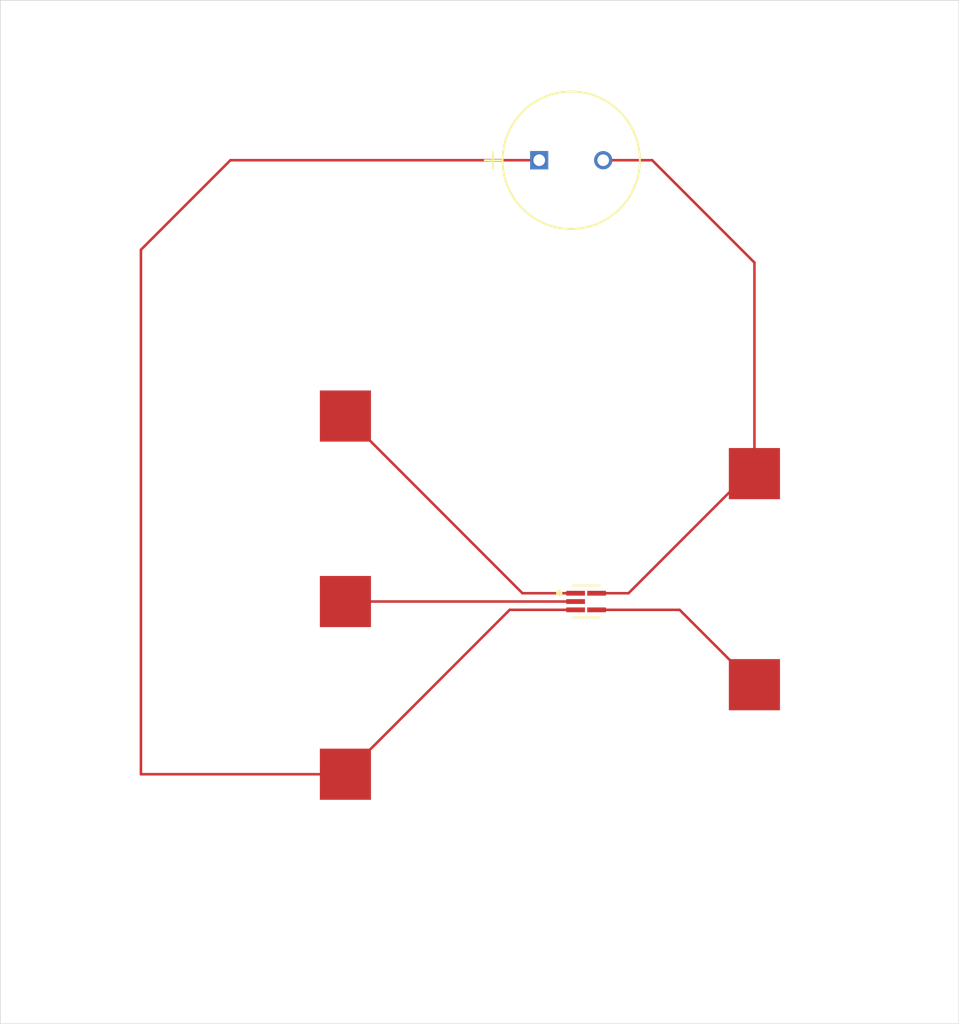
<source format=kicad_pcb>
(kicad_pcb (version 20240108) (generator "pcbnew") (generator_version "8.0")
  (layers (0 "F.Cu" signal) (31 "B.Cu" signal) (34 "B.Paste" user) (35 "F.Paste" user) (36 "B.SilkS" user "B.Silkscreen") (37 "F.SilkS" user "F.Silkscreen") (38 "B.Mask" user) (39 "F.Mask" user) (44 "Edge.Cuts" user))
  (net 0 "")
  (footprint "MountingHole:MountingHole_3mm" (layer "F.Cu") (at 160.5 54.5)
    (property "Reference" "REF**" (hide yes))
    (property "Value" "MountingHole_3mm" (hide yes))
    (pad "" np_thru_hole circle (at 0 0) (size 3 3) (drill 3) (layers "F&B.Cu" "*.Mask"))
  )
  (footprint "" (layer "F.Cu") (at 117 110.5)
    (property "Reference" "" (at 0 0 0) (layer "F.SilkS") (effects (font (size 1.27 1.27))))
    (property "Value" "")
    (pad "1" smd rect (at 0 0) (size 4 4) (layers "F.Cu" "F.Mask"))
  )
  (footprint "MountingHole:MountingHole_3mm" (layer "F.Cu") (at 160.45 125.5)
    (property "Reference" "REF**" (hide yes))
    (property "Value" "MountingHole_3mm" (hide yes))
    (pad "" np_thru_hole circle (at 0 0) (size 3 3) (drill 3) (layers "F&B.Cu" "*.Mask"))
  )
  (footprint "" (layer "F.Cu") (at 149 87)
    (property "Reference" "" (at 0 0 0) (layer "F.SilkS") (effects (font (size 1.27 1.27))))
    (property "Value" "")
    (pad "1" smd rect (at 0 0) (size 4 4) (layers "F.Cu" "F.Mask"))
  )
  (footprint "" (layer "F.Cu") (at 117 97)
    (property "Reference" "" (at 0 0 0) (layer "F.SilkS") (effects (font (size 1.27 1.27))))
    (property "Value" "")
    (pad "1" smd rect (at 0 0) (size 4 4) (layers "F.Cu" "F.Mask"))
  )
  (footprint "Digikey footprint library:DCK0005A-IPC_B" (layer "F.Cu") (at 135.83135 97)
    (property "Reference" "REF**" (hide yes))
    (property "Value" "DCK0005A-IPC_A" (hide yes))
    (fp_line (start -1.05 -1.25) (end 1.05 -1.25) (stroke (width 0.15)) (layer "F.SilkS"))
    (fp_line (start -1.05 1.25) (end 1.05 1.25) (stroke (width 0.15)) (layer "F.SilkS"))
    (fp_circle (center -2.102076 -0.650001) (end -1.977075 -0.650001) (stroke (width 0.25)) (fill none) (layer "F.SilkS"))
    (pad "1" smd rect (at -0.820097 -0.649999) (size 1.463954 0.375831) (layers "F.Cu" "F.Paste" "F.Mask"))
    (pad "2" smd rect (at -0.820097 0) (size 1.463954 0.375831) (layers "F.Cu" "F.Paste" "F.Mask"))
    (pad "3" smd rect (at -0.820097 0.650001) (size 1.463954 0.375831) (layers "F.Cu" "F.Paste" "F.Mask"))
    (pad "4" smd rect (at 0.820097 0.650001) (size 1.463954 0.375831) (layers "F.Cu" "F.Paste" "F.Mask"))
    (pad "5" smd rect (at 0.820097 -0.649999) (size 1.463954 0.375831) (layers "F.Cu" "F.Paste" "F.Mask"))
  )
  (footprint "Digikey footprint library:CAP_PAN_10X20_PAN" (layer "F.Cu") (at 132.16485 62.5)
    (property "Reference" "REF**" (hide yes))
    (property "Value" "CAP_PAN_10X20_PAN" (hide yes))
    (fp_line (start -4.2672 0) (end -2.9972 0) (stroke (width 0.1524)) (layer "F.SilkS"))
    (fp_line (start -3.6322 -0.635) (end -3.6322 0.635) (stroke (width 0.1524)) (layer "F.SilkS"))
    (fp_circle (center 2.5019 0) (end 7.874 0) (stroke (width 0.1524)) (fill none) (layer "F.SilkS"))
    (pad "1" thru_hole rect (at 0 0) (size 1.4224 1.4224) (drill 0.9144) (layers "*.Cu" "*.Mask"))
    (pad "2" thru_hole circle (at 5.0038 0) (size 1.4224 1.4224) (drill 0.9144) (layers "*.Cu" "*.Mask"))
  )
  (footprint "MountingHole:MountingHole_3mm" (layer "F.Cu") (at 94.5 125.5)
    (property "Reference" "REF**" (hide yes))
    (property "Value" "MountingHole_3mm" (hide yes))
    (pad "" np_thru_hole circle (at 0 0) (size 3 3) (drill 3) (layers "F&B.Cu" "*.Mask"))
  )
  (footprint "" (layer "F.Cu") (at 149 103.5)
    (property "Reference" "" (at 0 0 0) (layer "F.SilkS") (effects (font (size 1.27 1.27))))
    (property "Value" "")
    (pad "1" smd rect (at 0 0) (size 4 4) (layers "F.Cu" "F.Mask"))
  )
  (footprint "" (layer "F.Cu") (at 117 82.5)
    (property "Reference" "" (at 0 0 0) (layer "F.SilkS") (effects (font (size 1.27 1.27))))
    (property "Value" "")
    (pad "1" smd rect (at 0 0) (size 4 4) (layers "F.Cu" "F.Mask"))
  )
  (footprint "MountingHole:MountingHole_3mm" (layer "F.Cu") (at 94.5 54.5)
    (property "Reference" "REF**" (hide yes))
    (property "Value" "MountingHole_3mm" (hide yes))
    (pad "" np_thru_hole circle (at 0 0) (size 3 3) (drill 3) (layers "*.Cu" "*.Mask"))
  )
  (gr_line (start 165 130) (end 165 50) (stroke (width 0.05)) (layer "Edge.Cuts"))
  (gr_line (start 165 50) (end 90 50) (stroke (width 0.05)) (layer "Edge.Cuts"))
  (gr_line (start 90 50) (end 90 130) (stroke (width 0.05)) (layer "Edge.Cuts"))
  (gr_line (start 90 130) (end 165 130) (stroke (width 0.05)) (layer "Edge.Cuts"))
  (segment (start 130.850001 96.350001) (end 135.011253 96.350001) (width 0.2) (layer "F.Cu") (net 0))
  (segment (start 117 110.5) (end 129.849999 97.650001) (width 0.2) (layer "F.Cu") (net 0))
  (segment (start 139.149999 96.350001) (end 136.651447 96.350001) (width 0.2) (layer "F.Cu") (net 0))
  (segment (start 132.16485 62.5) (end 108 62.5) (width 0.2) (layer "F.Cu") (net 0))
  (segment (start 101 110.5) (end 117 110.5) (width 0.2) (layer "F.Cu") (net 0))
  (segment (start 129.849999 97.650001) (end 135.011253 97.650001) (width 0.2) (layer "F.Cu") (net 0))
  (segment (start 148.5 87) (end 139.149999 96.350001) (width 0.2) (layer "F.Cu") (net 0))
  (segment (start 101 69.5) (end 101 110.5) (width 0.2) (layer "F.Cu") (net 0))
  (segment (start 117 82.5) (end 130.850001 96.350001) (width 0.2) (layer "F.Cu") (net 0))
  (segment (start 137.16865 62.5) (end 141 62.5) (width 0.2) (layer "F.Cu") (net 0))
  (segment (start 149 70.5) (end 149 87) (width 0.2) (layer "F.Cu") (net 0))
  (segment (start 117 97) (end 135.011253 97) (width 0.2) (layer "F.Cu") (net 0))
  (segment (start 149 87) (end 148.5 87) (width 0.2) (layer "F.Cu") (net 0))
  (segment (start 143.150001 97.650001) (end 136.651447 97.650001) (width 0.2) (layer "F.Cu") (net 0))
  (segment (start 149 103.5) (end 143.150001 97.650001) (width 0.2) (layer "F.Cu") (net 0))
  (segment (start 108 62.5) (end 101 69.5) (width 0.2) (layer "F.Cu") (net 0))
  (segment (start 141 62.5) (end 149 70.5) (width 0.2) (layer "F.Cu") (net 0))
)
</source>
